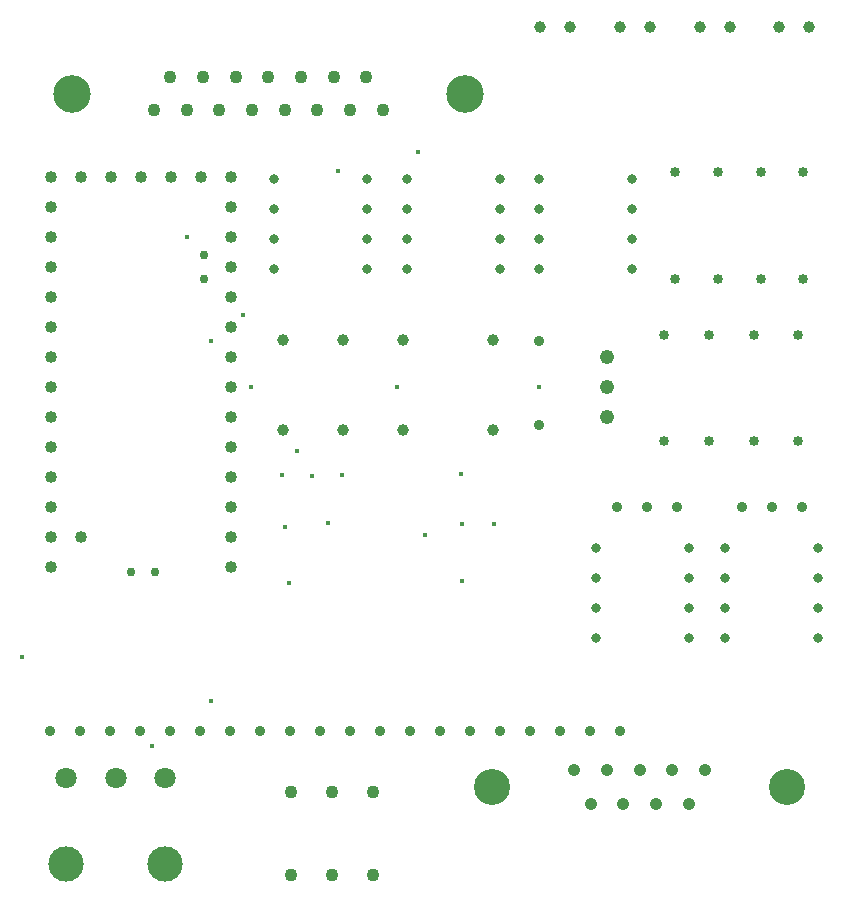
<source format=gbr>
%TF.GenerationSoftware,Altium Limited,Altium Designer,23.6.0 (18)*%
G04 Layer_Color=0*
%FSLAX26Y26*%
%MOIN*%
%TF.SameCoordinates,9B35E0B2-5C19-4761-B797-B6A5D59CF105*%
%TF.FilePolarity,Positive*%
%TF.FileFunction,Plated,1,2,PTH,Drill*%
%TF.Part,Single*%
G01*
G75*
%TA.AperFunction,ComponentDrill*%
%ADD77C,0.048819*%
%ADD78C,0.118000*%
%ADD79C,0.071000*%
%ADD80C,0.043307*%
%ADD81C,0.033465*%
%ADD82C,0.040000*%
%ADD83C,0.030000*%
%ADD84C,0.030000*%
%ADD85C,0.032677*%
%ADD86C,0.120079*%
%ADD87C,0.041339*%
%ADD88C,0.039370*%
%ADD89C,0.035433*%
%ADD90C,0.035433*%
%ADD91C,0.042913*%
%ADD92C,0.125197*%
%ADD93C,0.042913*%
%TA.AperFunction,ViaDrill,NotFilled*%
%ADD94C,0.015000*%
D77*
X8892000Y3294000D02*
D03*
Y3394000D02*
D03*
Y3194000D02*
D03*
D78*
X7090000Y1705000D02*
D03*
X7421000D02*
D03*
D79*
X7090500Y1992000D02*
D03*
X7255500D02*
D03*
X7420500D02*
D03*
D80*
X7838204Y1668410D02*
D03*
Y1944000D02*
D03*
X7976000D02*
D03*
X8113796Y1668410D02*
D03*
X7976000D02*
D03*
X8113796Y1944000D02*
D03*
D81*
X9084000Y3114834D02*
D03*
Y3469166D02*
D03*
X9121000Y3655834D02*
D03*
Y4010166D02*
D03*
X9233000Y3114834D02*
D03*
Y3469164D02*
D03*
X9263000Y3655834D02*
D03*
Y4010166D02*
D03*
X9382000Y3114834D02*
D03*
Y3469166D02*
D03*
X9405000Y3655834D02*
D03*
Y4010166D02*
D03*
X9531000Y3114834D02*
D03*
Y3469166D02*
D03*
X9547000Y3655834D02*
D03*
Y4010166D02*
D03*
D82*
X7040000Y3094000D02*
D03*
Y3194000D02*
D03*
Y2794000D02*
D03*
Y2994000D02*
D03*
Y2894000D02*
D03*
Y3394000D02*
D03*
Y3294000D02*
D03*
Y2694000D02*
D03*
X7140000Y2794000D02*
D03*
X7040000Y3594000D02*
D03*
Y3694000D02*
D03*
Y3494000D02*
D03*
Y3894000D02*
D03*
Y3994000D02*
D03*
Y3794000D02*
D03*
X7140000Y3994000D02*
D03*
X7240000D02*
D03*
X7640000Y2994000D02*
D03*
Y2694000D02*
D03*
Y2894000D02*
D03*
Y2794000D02*
D03*
Y3094000D02*
D03*
Y3294000D02*
D03*
Y3194000D02*
D03*
X7340000Y3994000D02*
D03*
X7440000D02*
D03*
X7540000D02*
D03*
X7640000Y3494000D02*
D03*
Y3394000D02*
D03*
Y3994000D02*
D03*
Y3894000D02*
D03*
Y3594000D02*
D03*
Y3794000D02*
D03*
Y3694000D02*
D03*
D83*
X7385000Y2679000D02*
D03*
X7305000D02*
D03*
D84*
X7550000Y3654000D02*
D03*
Y3734000D02*
D03*
D85*
X7783000Y3888240D02*
D03*
Y3788240D02*
D03*
Y3688240D02*
D03*
Y3988240D02*
D03*
X8093000D02*
D03*
Y3688240D02*
D03*
Y3888240D02*
D03*
Y3788240D02*
D03*
X8225298Y3888240D02*
D03*
Y3788240D02*
D03*
Y3688240D02*
D03*
Y3988240D02*
D03*
X8535298D02*
D03*
Y3688240D02*
D03*
Y3888240D02*
D03*
Y3788240D02*
D03*
X8667596Y3888240D02*
D03*
Y3788240D02*
D03*
Y3688240D02*
D03*
Y3988240D02*
D03*
X8977596D02*
D03*
Y3688240D02*
D03*
Y3888240D02*
D03*
Y3788240D02*
D03*
X8856000Y2656000D02*
D03*
Y2556000D02*
D03*
Y2456000D02*
D03*
Y2756000D02*
D03*
X9166000D02*
D03*
Y2456000D02*
D03*
Y2656000D02*
D03*
Y2556000D02*
D03*
X9286000Y2656000D02*
D03*
Y2556000D02*
D03*
Y2456000D02*
D03*
Y2756000D02*
D03*
X9596000D02*
D03*
Y2456000D02*
D03*
Y2656000D02*
D03*
Y2556000D02*
D03*
D86*
X9493512Y1961190D02*
D03*
X8509654D02*
D03*
D87*
X8838000Y1905284D02*
D03*
X8947056D02*
D03*
X9056110D02*
D03*
X9165166D02*
D03*
X8783472Y2017094D02*
D03*
X8892528D02*
D03*
X9001582D02*
D03*
X9110638D02*
D03*
X9219692D02*
D03*
D88*
X9301334Y4494000D02*
D03*
X9201334D02*
D03*
X9035666D02*
D03*
X8935666D02*
D03*
X8670000D02*
D03*
X8770000D02*
D03*
X9567000D02*
D03*
X9467000D02*
D03*
X7812000Y3451080D02*
D03*
Y3151080D02*
D03*
X8212000D02*
D03*
Y3451080D02*
D03*
X8512000D02*
D03*
Y3151080D02*
D03*
X8012000Y3451080D02*
D03*
Y3151080D02*
D03*
D89*
X8665000Y3168236D02*
D03*
Y3447764D02*
D03*
D90*
X9127000Y2895000D02*
D03*
X9027000D02*
D03*
X8927000D02*
D03*
X9544000D02*
D03*
X9444000D02*
D03*
X9344000D02*
D03*
X8937000Y2149000D02*
D03*
X8837000D02*
D03*
X8737000D02*
D03*
X8637000D02*
D03*
X8537000D02*
D03*
X8437000D02*
D03*
X8337000D02*
D03*
X8237000D02*
D03*
X8137000D02*
D03*
X8037000D02*
D03*
X7937000D02*
D03*
X7837000D02*
D03*
X7737000D02*
D03*
X7637000D02*
D03*
X7537000D02*
D03*
X7437000D02*
D03*
X7337000D02*
D03*
X7237000D02*
D03*
X7137000D02*
D03*
X7037000D02*
D03*
D91*
X7545944Y4328000D02*
D03*
X7818582Y4216188D02*
D03*
X7600472D02*
D03*
X7709526D02*
D03*
X8145746D02*
D03*
X8091220Y4328000D02*
D03*
X8036692Y4216188D02*
D03*
X7982164Y4328000D02*
D03*
X7927638Y4216188D02*
D03*
X7873110Y4328000D02*
D03*
X7764054D02*
D03*
X7655000D02*
D03*
X7491416Y4216188D02*
D03*
X7436890Y4328000D02*
D03*
D92*
X8419960Y4272094D02*
D03*
X7108148D02*
D03*
D93*
X7382362Y4216188D02*
D03*
D94*
X8407000Y3004000D02*
D03*
X7910000Y2999000D02*
D03*
X8411000Y2647000D02*
D03*
X8285000Y2801000D02*
D03*
X8410000Y2838000D02*
D03*
X8516000Y2837000D02*
D03*
X7962000Y2841000D02*
D03*
X7820000Y2827000D02*
D03*
X8011000Y3000000D02*
D03*
X7811000Y3002000D02*
D03*
X8262000Y4077000D02*
D03*
X8665000Y3294000D02*
D03*
X7680000Y3534000D02*
D03*
X7705000Y3293000D02*
D03*
X8192000D02*
D03*
X7834000Y2641000D02*
D03*
X7492000Y3794000D02*
D03*
X7377000Y2096500D02*
D03*
X6944000Y2394000D02*
D03*
X7572000Y3448000D02*
D03*
Y2247000D02*
D03*
X7995000Y4013000D02*
D03*
X7861000Y3081500D02*
D03*
%TF.MD5,e37d62eb98a21b17f77932ce5ff3170f*%
M02*

</source>
